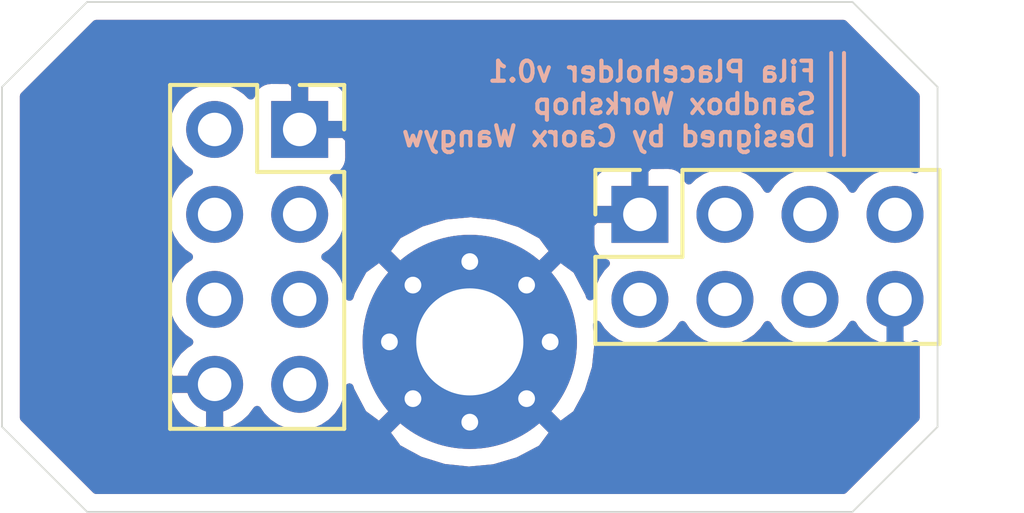
<source format=kicad_pcb>
(kicad_pcb (version 20171130) (host pcbnew "(5.1.9-0-10_14)")

  (general
    (thickness 1.6)
    (drawings 14)
    (tracks 0)
    (zones 0)
    (modules 3)
    (nets 14)
  )

  (page A4)
  (layers
    (0 F.Cu signal)
    (31 B.Cu signal)
    (32 B.Adhes user)
    (33 F.Adhes user)
    (34 B.Paste user)
    (35 F.Paste user)
    (36 B.SilkS user)
    (37 F.SilkS user)
    (38 B.Mask user)
    (39 F.Mask user)
    (40 Dwgs.User user)
    (41 Cmts.User user)
    (42 Eco1.User user)
    (43 Eco2.User user)
    (44 Edge.Cuts user)
    (45 Margin user)
    (46 B.CrtYd user)
    (47 F.CrtYd user)
    (48 B.Fab user)
    (49 F.Fab user)
  )

  (setup
    (last_trace_width 0.25)
    (user_trace_width 0.3)
    (user_trace_width 0.5)
    (trace_clearance 0.2)
    (zone_clearance 0.508)
    (zone_45_only no)
    (trace_min 0.2)
    (via_size 0.8)
    (via_drill 0.4)
    (via_min_size 0.4)
    (via_min_drill 0.3)
    (uvia_size 0.3)
    (uvia_drill 0.1)
    (uvias_allowed no)
    (uvia_min_size 0.2)
    (uvia_min_drill 0.1)
    (edge_width 0.05)
    (segment_width 0.2)
    (pcb_text_width 0.3)
    (pcb_text_size 1.5 1.5)
    (mod_edge_width 0.12)
    (mod_text_size 1 1)
    (mod_text_width 0.15)
    (pad_size 1.524 1.524)
    (pad_drill 0.762)
    (pad_to_mask_clearance 0.051)
    (solder_mask_min_width 0.25)
    (aux_axis_origin 0 0)
    (visible_elements 7FFFFFFF)
    (pcbplotparams
      (layerselection 0x010fc_ffffffff)
      (usegerberextensions false)
      (usegerberattributes false)
      (usegerberadvancedattributes false)
      (creategerberjobfile true)
      (excludeedgelayer true)
      (linewidth 0.100000)
      (plotframeref false)
      (viasonmask false)
      (mode 1)
      (useauxorigin false)
      (hpglpennumber 1)
      (hpglpenspeed 20)
      (hpglpendiameter 15.000000)
      (psnegative false)
      (psa4output false)
      (plotreference true)
      (plotvalue true)
      (plotinvisibletext false)
      (padsonsilk false)
      (subtractmaskfromsilk false)
      (outputformat 1)
      (mirror false)
      (drillshape 0)
      (scaleselection 1)
      (outputdirectory "../Production Files/FilaConnector_production_v0.1/"))
  )

  (net 0 "")
  (net 1 GND)
  (net 2 "Net-(J1-Pad7)")
  (net 3 "Net-(J1-Pad6)")
  (net 4 "Net-(J1-Pad5)")
  (net 5 "Net-(J1-Pad4)")
  (net 6 "Net-(J1-Pad3)")
  (net 7 "Net-(J1-Pad2)")
  (net 8 "Net-(J2-Pad7)")
  (net 9 "Net-(J2-Pad6)")
  (net 10 "Net-(J2-Pad5)")
  (net 11 "Net-(J2-Pad4)")
  (net 12 "Net-(J2-Pad3)")
  (net 13 "Net-(J2-Pad2)")

  (net_class Default 这是默认网络类。
    (clearance 0.2)
    (trace_width 0.25)
    (via_dia 0.8)
    (via_drill 0.4)
    (uvia_dia 0.3)
    (uvia_drill 0.1)
    (add_net GND)
    (add_net "Net-(J1-Pad2)")
    (add_net "Net-(J1-Pad3)")
    (add_net "Net-(J1-Pad4)")
    (add_net "Net-(J1-Pad5)")
    (add_net "Net-(J1-Pad6)")
    (add_net "Net-(J1-Pad7)")
    (add_net "Net-(J2-Pad2)")
    (add_net "Net-(J2-Pad3)")
    (add_net "Net-(J2-Pad4)")
    (add_net "Net-(J2-Pad5)")
    (add_net "Net-(J2-Pad6)")
    (add_net "Net-(J2-Pad7)")
  )

  (module Connector_PinSocket_2.54mm:PinSocket_2x04_P2.54mm_Vertical (layer F.Cu) (tedit 5A19A422) (tstamp 60698301)
    (at 105.41 46.99 90)
    (descr "Through hole straight socket strip, 2x04, 2.54mm pitch, double cols (from Kicad 4.0.7), script generated")
    (tags "Through hole socket strip THT 2x04 2.54mm double row")
    (path /60670B57)
    (fp_text reference J2 (at -1.27 -2.77 90) (layer F.Fab)
      (effects (font (size 1 1) (thickness 0.15)))
    )
    (fp_text value Conn_2 (at -1.27 10.39 90) (layer F.Fab)
      (effects (font (size 1 1) (thickness 0.15)))
    )
    (fp_line (start -3.81 -1.27) (end 0.27 -1.27) (layer F.Fab) (width 0.1))
    (fp_line (start 0.27 -1.27) (end 1.27 -0.27) (layer F.Fab) (width 0.1))
    (fp_line (start 1.27 -0.27) (end 1.27 8.89) (layer F.Fab) (width 0.1))
    (fp_line (start 1.27 8.89) (end -3.81 8.89) (layer F.Fab) (width 0.1))
    (fp_line (start -3.81 8.89) (end -3.81 -1.27) (layer F.Fab) (width 0.1))
    (fp_line (start -3.87 -1.33) (end -1.27 -1.33) (layer F.SilkS) (width 0.12))
    (fp_line (start -3.87 -1.33) (end -3.87 8.95) (layer F.SilkS) (width 0.12))
    (fp_line (start -3.87 8.95) (end 1.33 8.95) (layer F.SilkS) (width 0.12))
    (fp_line (start 1.33 1.27) (end 1.33 8.95) (layer F.SilkS) (width 0.12))
    (fp_line (start -1.27 1.27) (end 1.33 1.27) (layer F.SilkS) (width 0.12))
    (fp_line (start -1.27 -1.33) (end -1.27 1.27) (layer F.SilkS) (width 0.12))
    (fp_line (start 1.33 -1.33) (end 1.33 0) (layer F.SilkS) (width 0.12))
    (fp_line (start 0 -1.33) (end 1.33 -1.33) (layer F.SilkS) (width 0.12))
    (fp_line (start -4.34 -1.8) (end 1.76 -1.8) (layer F.CrtYd) (width 0.05))
    (fp_line (start 1.76 -1.8) (end 1.76 9.4) (layer F.CrtYd) (width 0.05))
    (fp_line (start 1.76 9.4) (end -4.34 9.4) (layer F.CrtYd) (width 0.05))
    (fp_line (start -4.34 9.4) (end -4.34 -1.8) (layer F.CrtYd) (width 0.05))
    (fp_text user %R (at -1.27 3.81) (layer F.Fab)
      (effects (font (size 1 1) (thickness 0.15)))
    )
    (pad 8 thru_hole oval (at -2.54 7.62 90) (size 1.7 1.7) (drill 1) (layers *.Cu *.Mask)
      (net 1 GND))
    (pad 7 thru_hole oval (at 0 7.62 90) (size 1.7 1.7) (drill 1) (layers *.Cu *.Mask)
      (net 8 "Net-(J2-Pad7)"))
    (pad 6 thru_hole oval (at -2.54 5.08 90) (size 1.7 1.7) (drill 1) (layers *.Cu *.Mask)
      (net 9 "Net-(J2-Pad6)"))
    (pad 5 thru_hole oval (at 0 5.08 90) (size 1.7 1.7) (drill 1) (layers *.Cu *.Mask)
      (net 10 "Net-(J2-Pad5)"))
    (pad 4 thru_hole oval (at -2.54 2.54 90) (size 1.7 1.7) (drill 1) (layers *.Cu *.Mask)
      (net 11 "Net-(J2-Pad4)"))
    (pad 3 thru_hole oval (at 0 2.54 90) (size 1.7 1.7) (drill 1) (layers *.Cu *.Mask)
      (net 12 "Net-(J2-Pad3)"))
    (pad 2 thru_hole oval (at -2.54 0 90) (size 1.7 1.7) (drill 1) (layers *.Cu *.Mask)
      (net 13 "Net-(J2-Pad2)"))
    (pad 1 thru_hole rect (at 0 0 90) (size 1.7 1.7) (drill 1) (layers *.Cu *.Mask)
      (net 1 GND))
    (model ${KISYS3DMOD}/Connector_PinSocket_2.54mm.3dshapes/PinSocket_2x04_P2.54mm_Vertical.wrl
      (at (xyz 0 0 0))
      (scale (xyz 1 1 1))
      (rotate (xyz 0 0 0))
    )
  )

  (module Connector_PinSocket_2.54mm:PinSocket_2x04_P2.54mm_Vertical (layer F.Cu) (tedit 5A19A422) (tstamp 606982E3)
    (at 95.25 44.45)
    (descr "Through hole straight socket strip, 2x04, 2.54mm pitch, double cols (from Kicad 4.0.7), script generated")
    (tags "Through hole socket strip THT 2x04 2.54mm double row")
    (path /606704CD)
    (fp_text reference J1 (at -1.27 -2.77) (layer F.Fab)
      (effects (font (size 1 1) (thickness 0.15)))
    )
    (fp_text value Conn_1 (at -1.27 10.39) (layer F.Fab)
      (effects (font (size 1 1) (thickness 0.15)))
    )
    (fp_line (start -3.81 -1.27) (end 0.27 -1.27) (layer F.Fab) (width 0.1))
    (fp_line (start 0.27 -1.27) (end 1.27 -0.27) (layer F.Fab) (width 0.1))
    (fp_line (start 1.27 -0.27) (end 1.27 8.89) (layer F.Fab) (width 0.1))
    (fp_line (start 1.27 8.89) (end -3.81 8.89) (layer F.Fab) (width 0.1))
    (fp_line (start -3.81 8.89) (end -3.81 -1.27) (layer F.Fab) (width 0.1))
    (fp_line (start -3.87 -1.33) (end -1.27 -1.33) (layer F.SilkS) (width 0.12))
    (fp_line (start -3.87 -1.33) (end -3.87 8.95) (layer F.SilkS) (width 0.12))
    (fp_line (start -3.87 8.95) (end 1.33 8.95) (layer F.SilkS) (width 0.12))
    (fp_line (start 1.33 1.27) (end 1.33 8.95) (layer F.SilkS) (width 0.12))
    (fp_line (start -1.27 1.27) (end 1.33 1.27) (layer F.SilkS) (width 0.12))
    (fp_line (start -1.27 -1.33) (end -1.27 1.27) (layer F.SilkS) (width 0.12))
    (fp_line (start 1.33 -1.33) (end 1.33 0) (layer F.SilkS) (width 0.12))
    (fp_line (start 0 -1.33) (end 1.33 -1.33) (layer F.SilkS) (width 0.12))
    (fp_line (start -4.34 -1.8) (end 1.76 -1.8) (layer F.CrtYd) (width 0.05))
    (fp_line (start 1.76 -1.8) (end 1.76 9.4) (layer F.CrtYd) (width 0.05))
    (fp_line (start 1.76 9.4) (end -4.34 9.4) (layer F.CrtYd) (width 0.05))
    (fp_line (start -4.34 9.4) (end -4.34 -1.8) (layer F.CrtYd) (width 0.05))
    (fp_text user %R (at -1.27 3.81 90) (layer F.Fab)
      (effects (font (size 1 1) (thickness 0.15)))
    )
    (pad 8 thru_hole oval (at -2.54 7.62) (size 1.7 1.7) (drill 1) (layers *.Cu *.Mask)
      (net 1 GND))
    (pad 7 thru_hole oval (at 0 7.62) (size 1.7 1.7) (drill 1) (layers *.Cu *.Mask)
      (net 2 "Net-(J1-Pad7)"))
    (pad 6 thru_hole oval (at -2.54 5.08) (size 1.7 1.7) (drill 1) (layers *.Cu *.Mask)
      (net 3 "Net-(J1-Pad6)"))
    (pad 5 thru_hole oval (at 0 5.08) (size 1.7 1.7) (drill 1) (layers *.Cu *.Mask)
      (net 4 "Net-(J1-Pad5)"))
    (pad 4 thru_hole oval (at -2.54 2.54) (size 1.7 1.7) (drill 1) (layers *.Cu *.Mask)
      (net 5 "Net-(J1-Pad4)"))
    (pad 3 thru_hole oval (at 0 2.54) (size 1.7 1.7) (drill 1) (layers *.Cu *.Mask)
      (net 6 "Net-(J1-Pad3)"))
    (pad 2 thru_hole oval (at -2.54 0) (size 1.7 1.7) (drill 1) (layers *.Cu *.Mask)
      (net 7 "Net-(J1-Pad2)"))
    (pad 1 thru_hole rect (at 0 0) (size 1.7 1.7) (drill 1) (layers *.Cu *.Mask)
      (net 1 GND))
    (model ${KISYS3DMOD}/Connector_PinSocket_2.54mm.3dshapes/PinSocket_2x04_P2.54mm_Vertical.wrl
      (at (xyz 0 0 0))
      (scale (xyz 1 1 1))
      (rotate (xyz 0 0 0))
    )
  )

  (module MountingHole:MountingHole_3.2mm_M3_Pad_Via (layer F.Cu) (tedit 56DDBCCA) (tstamp 606982C5)
    (at 100.33 50.8)
    (descr "Mounting Hole 3.2mm, M3")
    (tags "mounting hole 3.2mm m3")
    (path /606C30C3)
    (attr virtual)
    (fp_text reference H1 (at 0 -4.2) (layer F.Fab)
      (effects (font (size 1 1) (thickness 0.15)))
    )
    (fp_text value MountingHole_Pad (at 0 4.2) (layer F.Fab)
      (effects (font (size 1 1) (thickness 0.15)))
    )
    (fp_circle (center 0 0) (end 3.2 0) (layer Cmts.User) (width 0.15))
    (fp_circle (center 0 0) (end 3.45 0) (layer F.CrtYd) (width 0.05))
    (fp_text user %R (at 0.3 0) (layer F.Fab)
      (effects (font (size 1 1) (thickness 0.15)))
    )
    (pad 1 thru_hole circle (at 1.697056 -1.697056) (size 0.8 0.8) (drill 0.5) (layers *.Cu *.Mask)
      (net 1 GND))
    (pad 1 thru_hole circle (at 0 -2.4) (size 0.8 0.8) (drill 0.5) (layers *.Cu *.Mask)
      (net 1 GND))
    (pad 1 thru_hole circle (at -1.697056 -1.697056) (size 0.8 0.8) (drill 0.5) (layers *.Cu *.Mask)
      (net 1 GND))
    (pad 1 thru_hole circle (at -2.4 0) (size 0.8 0.8) (drill 0.5) (layers *.Cu *.Mask)
      (net 1 GND))
    (pad 1 thru_hole circle (at -1.697056 1.697056) (size 0.8 0.8) (drill 0.5) (layers *.Cu *.Mask)
      (net 1 GND))
    (pad 1 thru_hole circle (at 0 2.4) (size 0.8 0.8) (drill 0.5) (layers *.Cu *.Mask)
      (net 1 GND))
    (pad 1 thru_hole circle (at 1.697056 1.697056) (size 0.8 0.8) (drill 0.5) (layers *.Cu *.Mask)
      (net 1 GND))
    (pad 1 thru_hole circle (at 2.4 0) (size 0.8 0.8) (drill 0.5) (layers *.Cu *.Mask)
      (net 1 GND))
    (pad 1 thru_hole circle (at 0 0) (size 6.4 6.4) (drill 3.2) (layers *.Cu *.Mask)
      (net 1 GND))
  )

  (gr_text "Fila Placeholder v0.1\nSandbox Workshop\nDesigned by Caorx Wangyw" (at 110.744 43.688) (layer B.SilkS)
    (effects (font (size 0.6 0.6) (thickness 0.125)) (justify left mirror))
  )
  (gr_line (start 111.506 45.212) (end 111.506 42.164) (layer B.SilkS) (width 0.12))
  (gr_line (start 111.125 45.212) (end 111.125 42.164) (layer B.SilkS) (width 0.12))
  (gr_line (start 111.76 55.88) (end 114.3 53.34) (layer Edge.Cuts) (width 0.05) (tstamp 6069D225))
  (gr_line (start 88.9 55.88) (end 111.76 55.88) (layer Edge.Cuts) (width 0.05))
  (gr_line (start 86.36 53.34) (end 88.9 55.88) (layer Edge.Cuts) (width 0.05))
  (gr_line (start 86.36 43.18) (end 86.36 53.34) (layer Edge.Cuts) (width 0.05))
  (gr_line (start 88.9 40.64) (end 86.36 43.18) (layer Edge.Cuts) (width 0.05))
  (gr_line (start 111.76 40.64) (end 88.9 40.64) (layer Edge.Cuts) (width 0.05))
  (gr_line (start 114.3 43.18) (end 111.76 40.64) (layer Edge.Cuts) (width 0.05))
  (gr_line (start 114.3 53.34) (end 114.3 43.18) (layer Edge.Cuts) (width 0.05))
  (gr_line (start 109.22 40.64) (end 109.22 55.88) (layer F.Fab) (width 0.12))
  (gr_line (start 86.36 48.26) (end 116.84 48.26) (layer F.Fab) (width 0.12))
  (gr_line (start 93.98 55.88) (end 93.98 40.64) (layer F.Fab) (width 0.12))

  (zone (net 1) (net_name GND) (layer F.Cu) (tstamp 6069D971) (hatch edge 0.508)
    (connect_pads (clearance 0.508))
    (min_thickness 0.254)
    (fill yes (arc_segments 32) (thermal_gap 0.508) (thermal_bridge_width 0.508))
    (polygon
      (pts
        (xy 114.3 55.88) (xy 86.36 55.88) (xy 86.36 40.64) (xy 114.3 40.64)
      )
    )
    (filled_polygon
      (pts
        (xy 113.640001 43.453382) (xy 113.640001 45.635318) (xy 113.463158 45.562068) (xy 113.17626 45.505) (xy 112.88374 45.505)
        (xy 112.596842 45.562068) (xy 112.326589 45.67401) (xy 112.083368 45.836525) (xy 111.876525 46.043368) (xy 111.76 46.21776)
        (xy 111.643475 46.043368) (xy 111.436632 45.836525) (xy 111.193411 45.67401) (xy 110.923158 45.562068) (xy 110.63626 45.505)
        (xy 110.34374 45.505) (xy 110.056842 45.562068) (xy 109.786589 45.67401) (xy 109.543368 45.836525) (xy 109.336525 46.043368)
        (xy 109.22 46.21776) (xy 109.103475 46.043368) (xy 108.896632 45.836525) (xy 108.653411 45.67401) (xy 108.383158 45.562068)
        (xy 108.09626 45.505) (xy 107.80374 45.505) (xy 107.516842 45.562068) (xy 107.246589 45.67401) (xy 107.003368 45.836525)
        (xy 106.871513 45.96838) (xy 106.849502 45.89582) (xy 106.790537 45.785506) (xy 106.711185 45.688815) (xy 106.614494 45.609463)
        (xy 106.50418 45.550498) (xy 106.384482 45.514188) (xy 106.26 45.501928) (xy 105.69575 45.505) (xy 105.537 45.66375)
        (xy 105.537 46.863) (xy 105.557 46.863) (xy 105.557 47.117) (xy 105.537 47.117) (xy 105.537 47.137)
        (xy 105.283 47.137) (xy 105.283 47.117) (xy 104.08375 47.117) (xy 103.925 47.27575) (xy 103.921928 47.84)
        (xy 103.934188 47.964482) (xy 103.970498 48.08418) (xy 104.029463 48.194494) (xy 104.108815 48.291185) (xy 104.205506 48.370537)
        (xy 104.31582 48.429502) (xy 104.38838 48.451513) (xy 104.256525 48.583368) (xy 104.09401 48.826589) (xy 103.982068 49.096842)
        (xy 103.925 49.38374) (xy 103.925 49.433965) (xy 103.899452 49.347792) (xy 103.547555 48.67933) (xy 103.520548 48.638912)
        (xy 103.030881 48.278724) (xy 100.509605 50.8) (xy 103.030881 53.321276) (xy 103.520548 52.961088) (xy 103.880849 52.297118)
        (xy 104.104694 51.575615) (xy 104.18348 50.824305) (xy 104.134645 50.294226) (xy 104.256525 50.476632) (xy 104.463368 50.683475)
        (xy 104.706589 50.84599) (xy 104.976842 50.957932) (xy 105.26374 51.015) (xy 105.55626 51.015) (xy 105.843158 50.957932)
        (xy 106.113411 50.84599) (xy 106.356632 50.683475) (xy 106.563475 50.476632) (xy 106.68 50.30224) (xy 106.796525 50.476632)
        (xy 107.003368 50.683475) (xy 107.246589 50.84599) (xy 107.516842 50.957932) (xy 107.80374 51.015) (xy 108.09626 51.015)
        (xy 108.383158 50.957932) (xy 108.653411 50.84599) (xy 108.896632 50.683475) (xy 109.103475 50.476632) (xy 109.22 50.30224)
        (xy 109.336525 50.476632) (xy 109.543368 50.683475) (xy 109.786589 50.84599) (xy 110.056842 50.957932) (xy 110.34374 51.015)
        (xy 110.63626 51.015) (xy 110.923158 50.957932) (xy 111.193411 50.84599) (xy 111.436632 50.683475) (xy 111.643475 50.476632)
        (xy 111.765195 50.294466) (xy 111.834822 50.411355) (xy 112.029731 50.627588) (xy 112.26308 50.801641) (xy 112.525901 50.926825)
        (xy 112.67311 50.971476) (xy 112.903 50.850155) (xy 112.903 49.657) (xy 112.883 49.657) (xy 112.883 49.403)
        (xy 112.903 49.403) (xy 112.903 49.383) (xy 113.157 49.383) (xy 113.157 49.403) (xy 113.177 49.403)
        (xy 113.177 49.657) (xy 113.157 49.657) (xy 113.157 50.850155) (xy 113.38689 50.971476) (xy 113.534099 50.926825)
        (xy 113.64 50.876383) (xy 113.64 53.066619) (xy 111.48662 55.22) (xy 89.173381 55.22) (xy 87.02 53.06662)
        (xy 87.02 52.42689) (xy 91.268524 52.42689) (xy 91.313175 52.574099) (xy 91.438359 52.83692) (xy 91.612412 53.070269)
        (xy 91.828645 53.265178) (xy 92.078748 53.414157) (xy 92.353109 53.511481) (xy 92.583 53.390814) (xy 92.583 52.197)
        (xy 91.389845 52.197) (xy 91.268524 52.42689) (xy 87.02 52.42689) (xy 87.02 44.30374) (xy 91.225 44.30374)
        (xy 91.225 44.59626) (xy 91.282068 44.883158) (xy 91.39401 45.153411) (xy 91.556525 45.396632) (xy 91.763368 45.603475)
        (xy 91.93776 45.72) (xy 91.763368 45.836525) (xy 91.556525 46.043368) (xy 91.39401 46.286589) (xy 91.282068 46.556842)
        (xy 91.225 46.84374) (xy 91.225 47.13626) (xy 91.282068 47.423158) (xy 91.39401 47.693411) (xy 91.556525 47.936632)
        (xy 91.763368 48.143475) (xy 91.93776 48.26) (xy 91.763368 48.376525) (xy 91.556525 48.583368) (xy 91.39401 48.826589)
        (xy 91.282068 49.096842) (xy 91.225 49.38374) (xy 91.225 49.67626) (xy 91.282068 49.963158) (xy 91.39401 50.233411)
        (xy 91.556525 50.476632) (xy 91.763368 50.683475) (xy 91.945534 50.805195) (xy 91.828645 50.874822) (xy 91.612412 51.069731)
        (xy 91.438359 51.30308) (xy 91.313175 51.565901) (xy 91.268524 51.71311) (xy 91.389845 51.943) (xy 92.583 51.943)
        (xy 92.583 51.923) (xy 92.837 51.923) (xy 92.837 51.943) (xy 92.857 51.943) (xy 92.857 52.197)
        (xy 92.837 52.197) (xy 92.837 53.390814) (xy 93.066891 53.511481) (xy 93.341252 53.414157) (xy 93.591355 53.265178)
        (xy 93.807588 53.070269) (xy 93.9789 52.840594) (xy 94.096525 53.016632) (xy 94.303368 53.223475) (xy 94.546589 53.38599)
        (xy 94.816842 53.497932) (xy 95.10374 53.555) (xy 95.39626 53.555) (xy 95.668332 53.500881) (xy 97.808724 53.500881)
        (xy 98.168912 53.990548) (xy 98.832882 54.350849) (xy 99.554385 54.574694) (xy 100.305695 54.65348) (xy 101.057938 54.584178)
        (xy 101.782208 54.369452) (xy 102.45067 54.017555) (xy 102.491088 53.990548) (xy 102.851276 53.500881) (xy 100.33 50.979605)
        (xy 97.808724 53.500881) (xy 95.668332 53.500881) (xy 95.683158 53.497932) (xy 95.953411 53.38599) (xy 96.196632 53.223475)
        (xy 96.403475 53.016632) (xy 96.56599 52.773411) (xy 96.677932 52.503158) (xy 96.735 52.21626) (xy 96.735 52.166035)
        (xy 96.760548 52.252208) (xy 97.112445 52.92067) (xy 97.139452 52.961088) (xy 97.629119 53.321276) (xy 100.150395 50.8)
        (xy 97.629119 48.278724) (xy 97.139452 48.638912) (xy 96.779151 49.302882) (xy 96.735 49.445191) (xy 96.735 49.38374)
        (xy 96.677932 49.096842) (xy 96.56599 48.826589) (xy 96.403475 48.583368) (xy 96.196632 48.376525) (xy 96.02224 48.26)
        (xy 96.196632 48.143475) (xy 96.240988 48.099119) (xy 97.808724 48.099119) (xy 100.33 50.620395) (xy 102.851276 48.099119)
        (xy 102.491088 47.609452) (xy 101.827118 47.249151) (xy 101.105615 47.025306) (xy 100.354305 46.94652) (xy 99.602062 47.015822)
        (xy 98.877792 47.230548) (xy 98.20933 47.582445) (xy 98.168912 47.609452) (xy 97.808724 48.099119) (xy 96.240988 48.099119)
        (xy 96.403475 47.936632) (xy 96.56599 47.693411) (xy 96.677932 47.423158) (xy 96.735 47.13626) (xy 96.735 46.84374)
        (xy 96.677932 46.556842) (xy 96.56599 46.286589) (xy 96.468043 46.14) (xy 103.921928 46.14) (xy 103.925 46.70425)
        (xy 104.08375 46.863) (xy 105.283 46.863) (xy 105.283 45.66375) (xy 105.12425 45.505) (xy 104.56 45.501928)
        (xy 104.435518 45.514188) (xy 104.31582 45.550498) (xy 104.205506 45.609463) (xy 104.108815 45.688815) (xy 104.029463 45.785506)
        (xy 103.970498 45.89582) (xy 103.934188 46.015518) (xy 103.921928 46.14) (xy 96.468043 46.14) (xy 96.403475 46.043368)
        (xy 96.27162 45.911513) (xy 96.34418 45.889502) (xy 96.454494 45.830537) (xy 96.551185 45.751185) (xy 96.630537 45.654494)
        (xy 96.689502 45.54418) (xy 96.725812 45.424482) (xy 96.738072 45.3) (xy 96.735 44.73575) (xy 96.57625 44.577)
        (xy 95.377 44.577) (xy 95.377 44.597) (xy 95.123 44.597) (xy 95.123 44.577) (xy 95.103 44.577)
        (xy 95.103 44.323) (xy 95.123 44.323) (xy 95.123 43.12375) (xy 95.377 43.12375) (xy 95.377 44.323)
        (xy 96.57625 44.323) (xy 96.735 44.16425) (xy 96.738072 43.6) (xy 96.725812 43.475518) (xy 96.689502 43.35582)
        (xy 96.630537 43.245506) (xy 96.551185 43.148815) (xy 96.454494 43.069463) (xy 96.34418 43.010498) (xy 96.224482 42.974188)
        (xy 96.1 42.961928) (xy 95.53575 42.965) (xy 95.377 43.12375) (xy 95.123 43.12375) (xy 94.96425 42.965)
        (xy 94.4 42.961928) (xy 94.275518 42.974188) (xy 94.15582 43.010498) (xy 94.045506 43.069463) (xy 93.948815 43.148815)
        (xy 93.869463 43.245506) (xy 93.810498 43.35582) (xy 93.788487 43.42838) (xy 93.656632 43.296525) (xy 93.413411 43.13401)
        (xy 93.143158 43.022068) (xy 92.85626 42.965) (xy 92.56374 42.965) (xy 92.276842 43.022068) (xy 92.006589 43.13401)
        (xy 91.763368 43.296525) (xy 91.556525 43.503368) (xy 91.39401 43.746589) (xy 91.282068 44.016842) (xy 91.225 44.30374)
        (xy 87.02 44.30374) (xy 87.02 43.45338) (xy 89.173381 41.3) (xy 111.48662 41.3)
      )
    )
  )
  (zone (net 1) (net_name GND) (layer B.Cu) (tstamp 6069D96E) (hatch edge 0.508)
    (connect_pads (clearance 0.508))
    (min_thickness 0.254)
    (fill yes (arc_segments 32) (thermal_gap 0.508) (thermal_bridge_width 0.508))
    (polygon
      (pts
        (xy 114.3 55.88) (xy 86.36 55.88) (xy 86.36 40.64) (xy 114.3 40.64)
      )
    )
    (filled_polygon
      (pts
        (xy 113.640001 43.453382) (xy 113.640001 45.635318) (xy 113.463158 45.562068) (xy 113.17626 45.505) (xy 112.88374 45.505)
        (xy 112.596842 45.562068) (xy 112.326589 45.67401) (xy 112.083368 45.836525) (xy 111.876525 46.043368) (xy 111.76 46.21776)
        (xy 111.643475 46.043368) (xy 111.436632 45.836525) (xy 111.193411 45.67401) (xy 110.923158 45.562068) (xy 110.63626 45.505)
        (xy 110.34374 45.505) (xy 110.056842 45.562068) (xy 109.786589 45.67401) (xy 109.543368 45.836525) (xy 109.336525 46.043368)
        (xy 109.22 46.21776) (xy 109.103475 46.043368) (xy 108.896632 45.836525) (xy 108.653411 45.67401) (xy 108.383158 45.562068)
        (xy 108.09626 45.505) (xy 107.80374 45.505) (xy 107.516842 45.562068) (xy 107.246589 45.67401) (xy 107.003368 45.836525)
        (xy 106.871513 45.96838) (xy 106.849502 45.89582) (xy 106.790537 45.785506) (xy 106.711185 45.688815) (xy 106.614494 45.609463)
        (xy 106.50418 45.550498) (xy 106.384482 45.514188) (xy 106.26 45.501928) (xy 105.69575 45.505) (xy 105.537 45.66375)
        (xy 105.537 46.863) (xy 105.557 46.863) (xy 105.557 47.117) (xy 105.537 47.117) (xy 105.537 47.137)
        (xy 105.283 47.137) (xy 105.283 47.117) (xy 104.08375 47.117) (xy 103.925 47.27575) (xy 103.921928 47.84)
        (xy 103.934188 47.964482) (xy 103.970498 48.08418) (xy 104.029463 48.194494) (xy 104.108815 48.291185) (xy 104.205506 48.370537)
        (xy 104.31582 48.429502) (xy 104.38838 48.451513) (xy 104.256525 48.583368) (xy 104.09401 48.826589) (xy 103.982068 49.096842)
        (xy 103.925 49.38374) (xy 103.925 49.433965) (xy 103.899452 49.347792) (xy 103.547555 48.67933) (xy 103.520548 48.638912)
        (xy 103.030881 48.278724) (xy 100.509605 50.8) (xy 103.030881 53.321276) (xy 103.520548 52.961088) (xy 103.880849 52.297118)
        (xy 104.104694 51.575615) (xy 104.18348 50.824305) (xy 104.134645 50.294226) (xy 104.256525 50.476632) (xy 104.463368 50.683475)
        (xy 104.706589 50.84599) (xy 104.976842 50.957932) (xy 105.26374 51.015) (xy 105.55626 51.015) (xy 105.843158 50.957932)
        (xy 106.113411 50.84599) (xy 106.356632 50.683475) (xy 106.563475 50.476632) (xy 106.68 50.30224) (xy 106.796525 50.476632)
        (xy 107.003368 50.683475) (xy 107.246589 50.84599) (xy 107.516842 50.957932) (xy 107.80374 51.015) (xy 108.09626 51.015)
        (xy 108.383158 50.957932) (xy 108.653411 50.84599) (xy 108.896632 50.683475) (xy 109.103475 50.476632) (xy 109.22 50.30224)
        (xy 109.336525 50.476632) (xy 109.543368 50.683475) (xy 109.786589 50.84599) (xy 110.056842 50.957932) (xy 110.34374 51.015)
        (xy 110.63626 51.015) (xy 110.923158 50.957932) (xy 111.193411 50.84599) (xy 111.436632 50.683475) (xy 111.643475 50.476632)
        (xy 111.765195 50.294466) (xy 111.834822 50.411355) (xy 112.029731 50.627588) (xy 112.26308 50.801641) (xy 112.525901 50.926825)
        (xy 112.67311 50.971476) (xy 112.903 50.850155) (xy 112.903 49.657) (xy 112.883 49.657) (xy 112.883 49.403)
        (xy 112.903 49.403) (xy 112.903 49.383) (xy 113.157 49.383) (xy 113.157 49.403) (xy 113.177 49.403)
        (xy 113.177 49.657) (xy 113.157 49.657) (xy 113.157 50.850155) (xy 113.38689 50.971476) (xy 113.534099 50.926825)
        (xy 113.64 50.876383) (xy 113.64 53.066619) (xy 111.48662 55.22) (xy 89.173381 55.22) (xy 87.02 53.06662)
        (xy 87.02 52.42689) (xy 91.268524 52.42689) (xy 91.313175 52.574099) (xy 91.438359 52.83692) (xy 91.612412 53.070269)
        (xy 91.828645 53.265178) (xy 92.078748 53.414157) (xy 92.353109 53.511481) (xy 92.583 53.390814) (xy 92.583 52.197)
        (xy 91.389845 52.197) (xy 91.268524 52.42689) (xy 87.02 52.42689) (xy 87.02 44.30374) (xy 91.225 44.30374)
        (xy 91.225 44.59626) (xy 91.282068 44.883158) (xy 91.39401 45.153411) (xy 91.556525 45.396632) (xy 91.763368 45.603475)
        (xy 91.93776 45.72) (xy 91.763368 45.836525) (xy 91.556525 46.043368) (xy 91.39401 46.286589) (xy 91.282068 46.556842)
        (xy 91.225 46.84374) (xy 91.225 47.13626) (xy 91.282068 47.423158) (xy 91.39401 47.693411) (xy 91.556525 47.936632)
        (xy 91.763368 48.143475) (xy 91.93776 48.26) (xy 91.763368 48.376525) (xy 91.556525 48.583368) (xy 91.39401 48.826589)
        (xy 91.282068 49.096842) (xy 91.225 49.38374) (xy 91.225 49.67626) (xy 91.282068 49.963158) (xy 91.39401 50.233411)
        (xy 91.556525 50.476632) (xy 91.763368 50.683475) (xy 91.945534 50.805195) (xy 91.828645 50.874822) (xy 91.612412 51.069731)
        (xy 91.438359 51.30308) (xy 91.313175 51.565901) (xy 91.268524 51.71311) (xy 91.389845 51.943) (xy 92.583 51.943)
        (xy 92.583 51.923) (xy 92.837 51.923) (xy 92.837 51.943) (xy 92.857 51.943) (xy 92.857 52.197)
        (xy 92.837 52.197) (xy 92.837 53.390814) (xy 93.066891 53.511481) (xy 93.341252 53.414157) (xy 93.591355 53.265178)
        (xy 93.807588 53.070269) (xy 93.9789 52.840594) (xy 94.096525 53.016632) (xy 94.303368 53.223475) (xy 94.546589 53.38599)
        (xy 94.816842 53.497932) (xy 95.10374 53.555) (xy 95.39626 53.555) (xy 95.668332 53.500881) (xy 97.808724 53.500881)
        (xy 98.168912 53.990548) (xy 98.832882 54.350849) (xy 99.554385 54.574694) (xy 100.305695 54.65348) (xy 101.057938 54.584178)
        (xy 101.782208 54.369452) (xy 102.45067 54.017555) (xy 102.491088 53.990548) (xy 102.851276 53.500881) (xy 100.33 50.979605)
        (xy 97.808724 53.500881) (xy 95.668332 53.500881) (xy 95.683158 53.497932) (xy 95.953411 53.38599) (xy 96.196632 53.223475)
        (xy 96.403475 53.016632) (xy 96.56599 52.773411) (xy 96.677932 52.503158) (xy 96.735 52.21626) (xy 96.735 52.166035)
        (xy 96.760548 52.252208) (xy 97.112445 52.92067) (xy 97.139452 52.961088) (xy 97.629119 53.321276) (xy 100.150395 50.8)
        (xy 97.629119 48.278724) (xy 97.139452 48.638912) (xy 96.779151 49.302882) (xy 96.735 49.445191) (xy 96.735 49.38374)
        (xy 96.677932 49.096842) (xy 96.56599 48.826589) (xy 96.403475 48.583368) (xy 96.196632 48.376525) (xy 96.02224 48.26)
        (xy 96.196632 48.143475) (xy 96.240988 48.099119) (xy 97.808724 48.099119) (xy 100.33 50.620395) (xy 102.851276 48.099119)
        (xy 102.491088 47.609452) (xy 101.827118 47.249151) (xy 101.105615 47.025306) (xy 100.354305 46.94652) (xy 99.602062 47.015822)
        (xy 98.877792 47.230548) (xy 98.20933 47.582445) (xy 98.168912 47.609452) (xy 97.808724 48.099119) (xy 96.240988 48.099119)
        (xy 96.403475 47.936632) (xy 96.56599 47.693411) (xy 96.677932 47.423158) (xy 96.735 47.13626) (xy 96.735 46.84374)
        (xy 96.677932 46.556842) (xy 96.56599 46.286589) (xy 96.468043 46.14) (xy 103.921928 46.14) (xy 103.925 46.70425)
        (xy 104.08375 46.863) (xy 105.283 46.863) (xy 105.283 45.66375) (xy 105.12425 45.505) (xy 104.56 45.501928)
        (xy 104.435518 45.514188) (xy 104.31582 45.550498) (xy 104.205506 45.609463) (xy 104.108815 45.688815) (xy 104.029463 45.785506)
        (xy 103.970498 45.89582) (xy 103.934188 46.015518) (xy 103.921928 46.14) (xy 96.468043 46.14) (xy 96.403475 46.043368)
        (xy 96.27162 45.911513) (xy 96.34418 45.889502) (xy 96.454494 45.830537) (xy 96.551185 45.751185) (xy 96.630537 45.654494)
        (xy 96.689502 45.54418) (xy 96.725812 45.424482) (xy 96.738072 45.3) (xy 96.735 44.73575) (xy 96.57625 44.577)
        (xy 95.377 44.577) (xy 95.377 44.597) (xy 95.123 44.597) (xy 95.123 44.577) (xy 95.103 44.577)
        (xy 95.103 44.323) (xy 95.123 44.323) (xy 95.123 43.12375) (xy 95.377 43.12375) (xy 95.377 44.323)
        (xy 96.57625 44.323) (xy 96.735 44.16425) (xy 96.738072 43.6) (xy 96.725812 43.475518) (xy 96.689502 43.35582)
        (xy 96.630537 43.245506) (xy 96.551185 43.148815) (xy 96.454494 43.069463) (xy 96.34418 43.010498) (xy 96.224482 42.974188)
        (xy 96.1 42.961928) (xy 95.53575 42.965) (xy 95.377 43.12375) (xy 95.123 43.12375) (xy 94.96425 42.965)
        (xy 94.4 42.961928) (xy 94.275518 42.974188) (xy 94.15582 43.010498) (xy 94.045506 43.069463) (xy 93.948815 43.148815)
        (xy 93.869463 43.245506) (xy 93.810498 43.35582) (xy 93.788487 43.42838) (xy 93.656632 43.296525) (xy 93.413411 43.13401)
        (xy 93.143158 43.022068) (xy 92.85626 42.965) (xy 92.56374 42.965) (xy 92.276842 43.022068) (xy 92.006589 43.13401)
        (xy 91.763368 43.296525) (xy 91.556525 43.503368) (xy 91.39401 43.746589) (xy 91.282068 44.016842) (xy 91.225 44.30374)
        (xy 87.02 44.30374) (xy 87.02 43.45338) (xy 89.173381 41.3) (xy 111.48662 41.3)
      )
    )
  )
)

</source>
